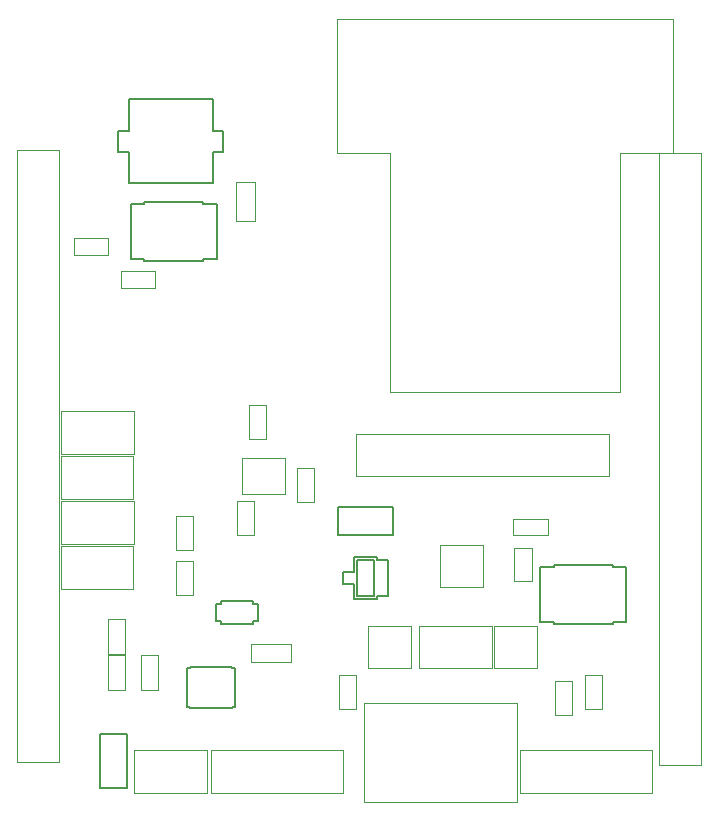
<source format=gbr>
%TF.GenerationSoftware,KiCad,Pcbnew,(5.1.9)-1*%
%TF.CreationDate,2021-03-31T16:36:22-07:00*%
%TF.ProjectId,esp32_sensor,65737033-325f-4736-956e-736f722e6b69,v0.0.3c*%
%TF.SameCoordinates,Original*%
%TF.FileFunction,Other,User*%
%FSLAX46Y46*%
G04 Gerber Fmt 4.6, Leading zero omitted, Abs format (unit mm)*
G04 Created by KiCad (PCBNEW (5.1.9)-1) date 2021-03-31 16:36:22*
%MOMM*%
%LPD*%
G01*
G04 APERTURE LIST*
%ADD10C,0.152400*%
%ADD11C,0.050000*%
%ADD12C,0.050800*%
G04 APERTURE END LIST*
D10*
%TO.C,CP_ESP_1*%
X99822000Y-72923400D02*
X100723700Y-72923400D01*
X99822000Y-70231000D02*
X99822000Y-72923400D01*
X92710000Y-70231000D02*
X99822000Y-70231000D01*
X92710000Y-72923400D02*
X92710000Y-70231000D01*
X91808300Y-72923400D02*
X92710000Y-72923400D01*
X91808300Y-74650600D02*
X91808300Y-72923400D01*
X92710000Y-74650600D02*
X91808300Y-74650600D01*
X92710000Y-77343000D02*
X92710000Y-74650600D01*
X99822000Y-77343000D02*
X92710000Y-77343000D01*
X99822000Y-74650600D02*
X99822000Y-77343000D01*
X100723700Y-74650600D02*
X99822000Y-74650600D01*
X100723700Y-72923400D02*
X100723700Y-74650600D01*
D11*
%TO.C,J_PW_2*%
X93196000Y-128927000D02*
X99346000Y-128927000D01*
X99346000Y-128927000D02*
X99346000Y-125327000D01*
X99346000Y-125327000D02*
X93196000Y-125327000D01*
X93196000Y-125327000D02*
X93196000Y-128927000D01*
%TO.C,U_ESP_1*%
X134337000Y-74735000D02*
X138837000Y-74735000D01*
X110337000Y-74735000D02*
X114837000Y-74735000D01*
X138837000Y-63455000D02*
X138837000Y-74735000D01*
X110337000Y-63455000D02*
X110337000Y-74735000D01*
X110337000Y-63455000D02*
X138837000Y-63455000D01*
X134337000Y-74735000D02*
X134337000Y-94955000D01*
X114837000Y-94955000D02*
X134337000Y-94955000D01*
X114837000Y-94955000D02*
X114837000Y-74735000D01*
D12*
%TO.C,C_ESP_1*%
X101833000Y-80540000D02*
X101833000Y-77194000D01*
X101833000Y-77194000D02*
X103399000Y-77194000D01*
X103399000Y-77194000D02*
X103399000Y-80540000D01*
X103399000Y-80540000D02*
X101833000Y-80540000D01*
D11*
%TO.C,J_7*%
X93113000Y-108055000D02*
X86963000Y-108055000D01*
X86963000Y-108055000D02*
X86963000Y-111655000D01*
X86963000Y-111655000D02*
X93113000Y-111655000D01*
X93113000Y-111655000D02*
X93113000Y-108055000D01*
%TO.C,J_6*%
X86973000Y-107845000D02*
X93123000Y-107845000D01*
X93123000Y-107845000D02*
X93123000Y-104245000D01*
X93123000Y-104245000D02*
X86973000Y-104245000D01*
X86973000Y-104245000D02*
X86973000Y-107845000D01*
%TO.C,J_5*%
X93113000Y-100435000D02*
X86963000Y-100435000D01*
X86963000Y-100435000D02*
X86963000Y-104035000D01*
X86963000Y-104035000D02*
X93113000Y-104035000D01*
X93113000Y-104035000D02*
X93113000Y-100435000D01*
%TO.C,J_4*%
X86973000Y-100225000D02*
X93123000Y-100225000D01*
X93123000Y-100225000D02*
X93123000Y-96625000D01*
X93123000Y-96625000D02*
X86973000Y-96625000D01*
X86973000Y-96625000D02*
X86973000Y-100225000D01*
%TO.C,J_3*%
X111992000Y-102130000D02*
X133342000Y-102130000D01*
X133342000Y-102130000D02*
X133342000Y-98530000D01*
X133342000Y-98530000D02*
X111992000Y-98530000D01*
X111992000Y-98530000D02*
X111992000Y-102130000D01*
%TO.C,J_2*%
X137646000Y-74781000D02*
X141196000Y-74781000D01*
X141196000Y-74781000D02*
X141196000Y-126581000D01*
X141196000Y-126581000D02*
X137646000Y-126581000D01*
X137646000Y-126581000D02*
X137646000Y-74781000D01*
%TO.C,J_1*%
X83290000Y-74527000D02*
X86840000Y-74527000D01*
X86840000Y-74527000D02*
X86840000Y-126327000D01*
X86840000Y-126327000D02*
X83290000Y-126327000D01*
X83290000Y-126327000D02*
X83290000Y-74527000D01*
%TO.C,LED_ESP_1*%
X130270000Y-119424000D02*
X130270000Y-122384000D01*
X128810000Y-119424000D02*
X130270000Y-119424000D01*
X128810000Y-122384000D02*
X128810000Y-119424000D01*
X130270000Y-122384000D02*
X128810000Y-122384000D01*
%TO.C,J_PW_3*%
X119104000Y-107928000D02*
X119104000Y-111528000D01*
X119104000Y-111528000D02*
X122704000Y-111528000D01*
X122704000Y-111528000D02*
X122704000Y-107928000D01*
X122704000Y-107928000D02*
X119104000Y-107928000D01*
%TO.C,J_PW_1*%
X117326000Y-118386000D02*
X123476000Y-118386000D01*
X123476000Y-118386000D02*
X123476000Y-114786000D01*
X123476000Y-114786000D02*
X117326000Y-114786000D01*
X117326000Y-114786000D02*
X117326000Y-118386000D01*
%TO.C,J_CN_4*%
X116608000Y-118386000D02*
X116608000Y-114786000D01*
X116608000Y-114786000D02*
X113008000Y-114786000D01*
X113008000Y-114786000D02*
X113008000Y-118386000D01*
X113008000Y-118386000D02*
X116608000Y-118386000D01*
%TO.C,J_CN_3*%
X127276000Y-118386000D02*
X127276000Y-114786000D01*
X127276000Y-114786000D02*
X123676000Y-114786000D01*
X123676000Y-114786000D02*
X123676000Y-118386000D01*
X123676000Y-118386000D02*
X127276000Y-118386000D01*
%TO.C,J_CN_2*%
X99673000Y-128927000D02*
X110873000Y-128927000D01*
X110873000Y-128927000D02*
X110873000Y-125327000D01*
X110873000Y-125327000D02*
X99673000Y-125327000D01*
X99673000Y-125327000D02*
X99673000Y-128927000D01*
%TO.C,J_CN_1*%
X125835000Y-128927000D02*
X137035000Y-128927000D01*
X137035000Y-128927000D02*
X137035000Y-125327000D01*
X137035000Y-125327000D02*
X125835000Y-125327000D01*
X125835000Y-125327000D02*
X125835000Y-128927000D01*
D10*
%TO.C,U_PW_1*%
X101747599Y-118383600D02*
X101747599Y-121646400D01*
X101747599Y-121646400D02*
X101447600Y-121646400D01*
X101447600Y-121646400D02*
X101447600Y-121767600D01*
X101447600Y-121767600D02*
X97942400Y-121767600D01*
X97942400Y-121767600D02*
X97942400Y-121646400D01*
X97942400Y-121646400D02*
X97642401Y-121646400D01*
X97642401Y-121646400D02*
X97642401Y-118383600D01*
X97642401Y-118383600D02*
X97942400Y-118383600D01*
X97942400Y-118383600D02*
X97942400Y-118262400D01*
X97942400Y-118262400D02*
X101447600Y-118262400D01*
X101447600Y-118262400D02*
X101447600Y-118383600D01*
X101447600Y-118383600D02*
X101747599Y-118383600D01*
D11*
%TO.C,C_IMU_1*%
X102917000Y-96071000D02*
X102917000Y-99001000D01*
X104347000Y-96071000D02*
X104347000Y-99001000D01*
X102917000Y-96071000D02*
X104347000Y-96071000D01*
X102917000Y-99001000D02*
X104347000Y-99001000D01*
%TO.C,C_IMU_2*%
X101901000Y-107129000D02*
X103331000Y-107129000D01*
X101901000Y-104199000D02*
X103331000Y-104199000D01*
X103331000Y-104199000D02*
X103331000Y-107129000D01*
X101901000Y-104199000D02*
X101901000Y-107129000D01*
%TO.C,C_IMU_3*%
X106981000Y-104335000D02*
X108411000Y-104335000D01*
X106981000Y-101405000D02*
X108411000Y-101405000D01*
X108411000Y-101405000D02*
X108411000Y-104335000D01*
X106981000Y-101405000D02*
X106981000Y-104335000D01*
D10*
%TO.C,C_PW_2*%
X90286002Y-128541996D02*
X90286002Y-123934004D01*
X92593998Y-128541996D02*
X90286002Y-128541996D01*
X92593998Y-123934004D02*
X92593998Y-128541996D01*
X90286002Y-123934004D02*
X92593998Y-123934004D01*
D12*
%TO.C,C_PW_4*%
X103102000Y-117877000D02*
X103102000Y-116311000D01*
X106448000Y-117877000D02*
X103102000Y-117877000D01*
X106448000Y-116311000D02*
X106448000Y-117877000D01*
X103102000Y-116311000D02*
X106448000Y-116311000D01*
D10*
%TO.C,C_PW_5*%
X115079996Y-104764002D02*
X115079996Y-107071998D01*
X115079996Y-107071998D02*
X110472004Y-107071998D01*
X110472004Y-107071998D02*
X110472004Y-104764002D01*
X110472004Y-104764002D02*
X115079996Y-104764002D01*
%TO.C,L_PW_1*%
X100514150Y-114414300D02*
X100120450Y-114414300D01*
X100514150Y-114642900D02*
X100514150Y-114414300D01*
X103231950Y-114642900D02*
X100514150Y-114642900D01*
X103231950Y-114414300D02*
X103231950Y-114642900D01*
X103625650Y-114414300D02*
X103231950Y-114414300D01*
X103625650Y-112915700D02*
X103625650Y-114414300D01*
X103231950Y-112915700D02*
X103625650Y-112915700D01*
X103231950Y-112687100D02*
X103231950Y-112915700D01*
X100514150Y-112687100D02*
X103231950Y-112687100D01*
X100514150Y-112915700D02*
X100514150Y-112687100D01*
X100120450Y-112915700D02*
X100514150Y-112915700D01*
X100120450Y-114414300D02*
X100120450Y-112915700D01*
%TO.C,Q_PW_1*%
X113474500Y-109232700D02*
X113474500Y-112255300D01*
X112077500Y-109232700D02*
X113474500Y-109232700D01*
X112077500Y-112255300D02*
X112077500Y-109232700D01*
X113474500Y-112255300D02*
X112077500Y-112255300D01*
X113728500Y-112509300D02*
X111823500Y-112509300D01*
X113728500Y-112234500D02*
X113728500Y-112509300D01*
X114688099Y-112234500D02*
X113728500Y-112234500D01*
X114688099Y-109253500D02*
X114688099Y-112234500D01*
X113728500Y-109253500D02*
X114688099Y-109253500D01*
X113728500Y-108978700D02*
X113728500Y-109253500D01*
X111823500Y-108978700D02*
X113728500Y-108978700D01*
X111823500Y-110206000D02*
X111823500Y-108978700D01*
X110863901Y-110206000D02*
X111823500Y-110206000D01*
X110863901Y-111282000D02*
X110863901Y-110206000D01*
X111823500Y-111282000D02*
X110863901Y-111282000D01*
X111823500Y-112509300D02*
X111823500Y-111282000D01*
D11*
%TO.C,R_ESP_1*%
X94897000Y-86211000D02*
X94897000Y-84731000D01*
X92047000Y-86211000D02*
X92047000Y-84731000D01*
X92047000Y-84731000D02*
X94897000Y-84731000D01*
X92047000Y-86211000D02*
X94897000Y-86211000D01*
%TO.C,R_ESP_2*%
X88070000Y-83392000D02*
X91000000Y-83392000D01*
X88070000Y-81962000D02*
X91000000Y-81962000D01*
X88070000Y-83392000D02*
X88070000Y-81962000D01*
X91000000Y-83392000D02*
X91000000Y-81962000D01*
%TO.C,R_ESP_3*%
X125371000Y-111026000D02*
X126851000Y-111026000D01*
X125371000Y-108176000D02*
X126851000Y-108176000D01*
X126851000Y-108176000D02*
X126851000Y-111026000D01*
X125371000Y-108176000D02*
X125371000Y-111026000D01*
%TO.C,R_ESP_4*%
X125281000Y-105711000D02*
X125281000Y-107141000D01*
X128211000Y-105711000D02*
X128211000Y-107141000D01*
X128211000Y-107141000D02*
X125281000Y-107141000D01*
X128211000Y-105711000D02*
X125281000Y-105711000D01*
%TO.C,R_ESP_5*%
X131340000Y-118971000D02*
X131340000Y-121821000D01*
X132820000Y-118971000D02*
X132820000Y-121821000D01*
X131340000Y-118971000D02*
X132820000Y-118971000D01*
X131340000Y-121821000D02*
X132820000Y-121821000D01*
%TO.C,R_IMU_1*%
X96694000Y-108399000D02*
X98124000Y-108399000D01*
X96694000Y-105469000D02*
X98124000Y-105469000D01*
X98124000Y-105469000D02*
X98124000Y-108399000D01*
X96694000Y-105469000D02*
X96694000Y-108399000D01*
%TO.C,R_IMU_2*%
X98124000Y-112209000D02*
X98124000Y-109279000D01*
X96694000Y-112209000D02*
X96694000Y-109279000D01*
X98124000Y-112209000D02*
X96694000Y-112209000D01*
X98124000Y-109279000D02*
X96694000Y-109279000D01*
%TO.C,R_PW_1*%
X110537000Y-118931000D02*
X110537000Y-121861000D01*
X111967000Y-118931000D02*
X111967000Y-121861000D01*
X110537000Y-118931000D02*
X111967000Y-118931000D01*
X110537000Y-121861000D02*
X111967000Y-121861000D01*
%TO.C,R_PW_2*%
X92409000Y-117280000D02*
X90979000Y-117280000D01*
X92409000Y-120210000D02*
X90979000Y-120210000D01*
X90979000Y-120210000D02*
X90979000Y-117280000D01*
X92409000Y-120210000D02*
X92409000Y-117280000D01*
%TO.C,R_PW_3*%
X90979000Y-114232000D02*
X90979000Y-117162000D01*
X92409000Y-114232000D02*
X92409000Y-117162000D01*
X90979000Y-114232000D02*
X92409000Y-114232000D01*
X90979000Y-117162000D02*
X92409000Y-117162000D01*
%TO.C,R_PW_4*%
X95203000Y-117280000D02*
X93773000Y-117280000D01*
X95203000Y-120210000D02*
X93773000Y-120210000D01*
X93773000Y-120210000D02*
X93773000Y-117280000D01*
X95203000Y-120210000D02*
X95203000Y-117280000D01*
D10*
%TO.C,SW_ESP_1*%
X99021900Y-79057699D02*
X100173700Y-79057699D01*
X99021900Y-78905100D02*
X99021900Y-79057699D01*
X94018100Y-78905100D02*
X99021900Y-78905100D01*
X94018100Y-79057699D02*
X94018100Y-78905100D01*
X92866300Y-79057699D02*
X94018100Y-79057699D01*
X92866300Y-83756301D02*
X92866300Y-79057699D01*
X94018100Y-83756301D02*
X92866300Y-83756301D01*
X94018100Y-83908900D02*
X94018100Y-83756301D01*
X99021900Y-83908900D02*
X94018100Y-83908900D01*
X99021900Y-83756301D02*
X99021900Y-83908900D01*
X100173700Y-83756301D02*
X99021900Y-83756301D01*
X100173700Y-79057699D02*
X100173700Y-83756301D01*
%TO.C,SW_ESP_2*%
X134844700Y-109791699D02*
X134844700Y-114490301D01*
X134844700Y-114490301D02*
X133692900Y-114490301D01*
X133692900Y-114490301D02*
X133692900Y-114642900D01*
X133692900Y-114642900D02*
X128689100Y-114642900D01*
X128689100Y-114642900D02*
X128689100Y-114490301D01*
X128689100Y-114490301D02*
X127537300Y-114490301D01*
X127537300Y-114490301D02*
X127537300Y-109791699D01*
X127537300Y-109791699D02*
X128689100Y-109791699D01*
X128689100Y-109791699D02*
X128689100Y-109639100D01*
X128689100Y-109639100D02*
X133692900Y-109639100D01*
X133692900Y-109639100D02*
X133692900Y-109791699D01*
X133692900Y-109791699D02*
X134844700Y-109791699D01*
D11*
%TO.C,U_IMU_1*%
X105940000Y-100558000D02*
X102340000Y-100558000D01*
X105940000Y-103658000D02*
X105940000Y-100558000D01*
X102340000Y-103658000D02*
X105940000Y-103658000D01*
X102340000Y-100558000D02*
X102340000Y-103658000D01*
%TO.C,U_CN_1*%
X112676000Y-129720000D02*
X112676000Y-121290000D01*
X125576000Y-129720000D02*
X112676000Y-129720000D01*
X125576000Y-121290000D02*
X125576000Y-129720000D01*
X112676000Y-121290000D02*
X125576000Y-121290000D01*
%TD*%
M02*

</source>
